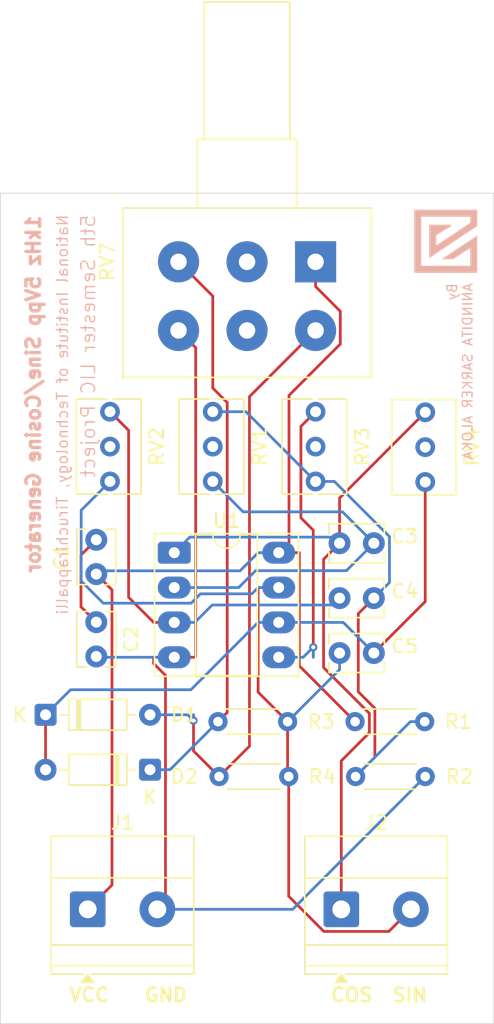
<source format=kicad_pcb>
(kicad_pcb (version 20241229) (generator "pcbnew") (generator_version "9.0")
  (layers (0 "F.Cu" signal) (2 "B.Cu" signal) (13 "F.Paste" user) (15 "B.Paste" user) (5 "F.SilkS" user "F.Silkscreen") (7 "B.SilkS" user "B.Silkscreen") (1 "F.Mask" user) (3 "B.Mask" user) (25 "Edge.Cuts" user))
  (net 0 "")
  (net 1 "Vin+")
  (net 2 "Net-(C1-Pad2)")
  (net 3 "Vin-")
  (net 4 "Cosine Output")
  (net 5 "Net-(U1A-+)")
  (net 6 "GNDREF")
  (net 7 "Net-(U1A--)")
  (net 8 "Sine Output")
  (net 12 "Net-(U1B-+)")
  (net 14 "Net-(D1-K)")
  (net 15 "Net-(D1-A)")
  (net 16 "Net-(D2-K)")
  (footprint "Diode_THT:D_DO-35_SOD27_P7.62mm_Horizontal" (layer "F.Cu") (at 138.3 106.5)
    (property "Reference" "D1" (at 10.12 0 0) (layer "F.SilkS"))
    (property "Value" "1N4148")
    (fp_line (start 1.04 0) (end 1.69 0) (stroke (width 0.12)) (layer "F.SilkS"))
    (fp_line (start 2.29 -1.12) (end 2.29 1.12) (stroke (width 0.12)) (layer "F.SilkS"))
    (fp_line (start 2.41 -1.12) (end 2.41 1.12) (stroke (width 0.12)) (layer "F.SilkS"))
    (fp_line (start 2.53 -1.12) (end 2.53 1.12) (stroke (width 0.12)) (layer "F.SilkS"))
    (fp_line (start 6.58 0) (end 5.93 0) (stroke (width 0.12)) (layer "F.SilkS"))
    (fp_rect (start 1.69 -1.12) (end 5.93 1.12) (stroke (width 0.12)) (fill no) (layer "F.SilkS"))
    (fp_text user "K" (at -1.88 0 0) (layer "F.SilkS"))
    (pad "1" thru_hole roundrect (at 0 0) (size 1.6 1.6) (drill 0.8) (layers "*.Cu" "*.Mask") (roundrect_rratio 0.15625) (net 14 "Net-(D1-K)"))
    (pad "2" thru_hole circle (at 7.62 0) (size 1.6 1.6) (drill 0.8) (layers "*.Cu" "*.Mask") (net 15 "Net-(D1-A)"))
  )
  (footprint "Capacitor_THT:C_Disc_D3.8mm_W2.6mm_P2.50mm" (layer "F.Cu") (at 159.75 94)
    (property "Reference" "C3" (at 4.75 -0.5 0) (layer "F.SilkS"))
    (property "Value" "100nF")
    (fp_line (start -0.77 -1.42) (end 3.27 -1.42) (stroke (width 0.12)) (layer "F.SilkS"))
    (fp_line (start -0.77 -0.699) (end -0.77 -1.42) (stroke (width 0.12)) (layer "F.SilkS"))
    (fp_line (start -0.77 1.42) (end -0.77 0.699) (stroke (width 0.12)) (layer "F.SilkS"))
    (fp_line (start 3.27 -1.42) (end 3.27 -0.699) (stroke (width 0.12)) (layer "F.SilkS"))
    (fp_line (start 3.27 0.699) (end 3.27 1.42) (stroke (width 0.12)) (layer "F.SilkS"))
    (fp_line (start 3.27 1.42) (end -0.77 1.42) (stroke (width 0.12)) (layer "F.SilkS"))
    (pad "1" thru_hole circle (at 0 0) (size 1.6 1.6) (drill 0.8) (layers "*.Cu" "*.Mask") (net 4 "Cosine Output"))
    (pad "2" thru_hole circle (at 2.5 0) (size 1.6 1.6) (drill 0.8) (layers "*.Cu" "*.Mask") (net 7 "Net-(U1A--)"))
  )
  (footprint "Capacitor_THT:C_Disc_D3.8mm_W2.6mm_P2.50mm" (layer "F.Cu") (at 159.75 98)
    (property "Reference" "C4" (at 4.75 -0.5 0) (layer "F.SilkS"))
    (property "Value" "100nF")
    (fp_line (start -0.77 -1.42) (end 3.27 -1.42) (stroke (width 0.12)) (layer "F.SilkS"))
    (fp_line (start -0.77 -0.699) (end -0.77 -1.42) (stroke (width 0.12)) (layer "F.SilkS"))
    (fp_line (start -0.77 1.42) (end -0.77 0.699) (stroke (width 0.12)) (layer "F.SilkS"))
    (fp_line (start 3.27 -1.42) (end 3.27 -0.699) (stroke (width 0.12)) (layer "F.SilkS"))
    (fp_line (start 3.27 0.699) (end 3.27 1.42) (stroke (width 0.12)) (layer "F.SilkS"))
    (fp_line (start 3.27 1.42) (end -0.77 1.42) (stroke (width 0.12)) (layer "F.SilkS"))
    (pad "1" thru_hole circle (at 0 0) (size 1.6 1.6) (drill 0.8) (layers "*.Cu" "*.Mask") (net 5 "Net-(U1A-+)"))
    (pad "2" thru_hole circle (at 2.5 0) (size 1.6 1.6) (drill 0.8) (layers "*.Cu" "*.Mask") (net 6 "GNDREF"))
  )
  (footprint "Capacitor_THT:C_Disc_D3.8mm_W2.6mm_P2.50mm" (layer "F.Cu") (at 142 99.75 -90)
    (property "Reference" "C2" (at 1.25 -2.55 90) (layer "F.SilkS"))
    (property "Value" "100nF")
    (fp_line (start -0.77 1.42) (end -0.77 0.699) (stroke (width 0.12)) (layer "F.SilkS"))
    (fp_line (start 3.27 1.42) (end -0.77 1.42) (stroke (width 0.12)) (layer "F.SilkS"))
    (fp_line (start 3.27 0.699) (end 3.27 1.42) (stroke (width 0.12)) (layer "F.SilkS"))
    (fp_line (start -0.77 -0.699) (end -0.77 -1.42) (stroke (width 0.12)) (layer "F.SilkS"))
    (fp_line (start -0.77 -1.42) (end 3.27 -1.42) (stroke (width 0.12)) (layer "F.SilkS"))
    (fp_line (start 3.27 -1.42) (end 3.27 -0.699) (stroke (width 0.12)) (layer "F.SilkS"))
    (pad "1" thru_hole circle (at 0 0 270) (size 1.6 1.6) (drill 0.8) (layers "*.Cu" "*.Mask") (net 2 "Net-(C1-Pad2)"))
    (pad "2" thru_hole circle (at 2.5 0 270) (size 1.6 1.6) (drill 0.8) (layers "*.Cu" "*.Mask") (net 3 "Vin-"))
  )
  (footprint "Resistor_THT:R_Axial_DIN0204_L3.6mm_D1.6mm_P5.08mm_Horizontal" (layer "F.Cu") (at 156.04 111 180)
    (property "Reference" "R4" (at -2.46 0 0) (layer "F.SilkS"))
    (property "Value" "10k")
    (fp_line (start 0.62 0.92) (end 4.46 0.92) (stroke (width 0.12)) (layer "F.SilkS"))
    (fp_line (start 0.62 -0.92) (end 4.46 -0.92) (stroke (width 0.12)) (layer "F.SilkS"))
    (pad "1" thru_hole circle (at 0 0 180) (size 1.4 1.4) (drill 0.7) (layers "*.Cu" "*.Mask") (net 8 "Sine Output"))
    (pad "2" thru_hole circle (at 5.08 0 180) (size 1.4 1.4) (drill 0.7) (layers "*.Cu" "*.Mask") (net 15 "Net-(D1-A)"))
  )
  (footprint "Resistor_THT:R_Axial_DIN0204_L3.6mm_D1.6mm_P5.08mm_Horizontal" (layer "F.Cu") (at 160.92 111)
    (property "Reference" "R2" (at 7.58 0 0) (layer "F.SilkS"))
    (property "Value" "10k")
    (fp_line (start 0.62 -0.92) (end 4.46 -0.92) (stroke (width 0.12)) (layer "F.SilkS"))
    (fp_line (start 0.62 0.92) (end 4.46 0.92) (stroke (width 0.12)) (layer "F.SilkS"))
    (pad "1" thru_hole circle (at 0 0) (size 1.4 1.4) (drill 0.7) (layers "*.Cu" "*.Mask") (net 6 "GNDREF"))
    (pad "2" thru_hole circle (at 5.08 0) (size 1.4 1.4) (drill 0.7) (layers "*.Cu" "*.Mask") (net 3 "Vin-"))
  )
  (footprint "Potentiometer_THT:Potentiometer_Bourns_3266Y_Vertical" (layer "F.Cu") (at 166 89.54 -90)
    (property "Reference" "RV4" (at -2.54 -3.41 90) (layer "F.SilkS"))
    (property "Value" "R_Potentiometer" (hide yes))
    (fp_line (start -6.005 2.45) (end -6.005 0.217) (stroke (width 0.12)) (layer "F.SilkS"))
    (fp_line (start 0.925 2.45) (end -6.005 2.45) (stroke (width 0.12)) (layer "F.SilkS"))
    (fp_line (start 0.925 0.217) (end 0.925 2.45) (stroke (width 0.12)) (layer "F.SilkS"))
    (fp_line (start -6.005 -0.217) (end -6.005 -2.27) (stroke (width 0.12)) (layer "F.SilkS"))
    (fp_line (start -6.005 -2.27) (end 0.925 -2.27) (stroke (width 0.12)) (layer "F.SilkS"))
    (fp_line (start 0.925 -2.27) (end 0.925 -0.217) (stroke (width 0.12)) (layer "F.SilkS"))
    (pad "1" thru_hole circle (at 0 0 270) (size 1.44 1.44) (drill 0.8) (layers "*.Cu" "*.Mask") (net 14 "Net-(D1-K)"))
    (pad "2" thru_hole circle (at -2.54 0 270) (size 1.44 1.44) (drill 0.8) (layers "*.Cu" "*.Mask"))
    (pad "3" thru_hole circle (at -5.08 0 270) (size 1.44 1.44) (drill 0.8) (layers "*.Cu" "*.Mask") (net 4 "Cosine Output"))
  )
  (footprint "Diode_THT:D_DO-35_SOD27_P7.62mm_Horizontal" (layer "F.Cu") (at 145.92 110.5 180)
    (property "Reference" "D2" (at -2.5 -0.5 0) (layer "F.SilkS"))
    (property "Value" "1N4148")
    (fp_line (start 6.58 0) (end 5.93 0) (stroke (width 0.12)) (layer "F.SilkS"))
    (fp_line (start 2.53 -1.12) (end 2.53 1.12) (stroke (width 0.12)) (layer "F.SilkS"))
    (fp_line (start 2.41 -1.12) (end 2.41 1.12) (stroke (width 0.12)) (layer "F.SilkS"))
    (fp_line (start 2.29 -1.12) (end 2.29 1.12) (stroke (width 0.12)) (layer "F.SilkS"))
    (fp_line (start 1.04 0) (end 1.69 0) (stroke (width 0.12)) (layer "F.SilkS"))
    (fp_rect (start 1.69 -1.12) (end 5.93 1.12) (stroke (width 0.12)) (fill no) (layer "F.SilkS"))
    (fp_text user "K" (at 0 -2 0) (layer "F.SilkS"))
    (pad "1" thru_hole roundrect (at 0 0 180) (size 1.6 1.6) (drill 0.8) (layers "*.Cu" "*.Mask") (roundrect_rratio 0.15625) (net 16 "Net-(D2-K)"))
    (pad "2" thru_hole circle (at 7.62 0 180) (size 1.6 1.6) (drill 0.8) (layers "*.Cu" "*.Mask") (net 14 "Net-(D1-K)"))
  )
  (footprint "Potentiometer_THT:Potentiometer_Bourns_3266Y_Vertical" (layer "F.Cu") (at 150.5 89.5 -90)
    (property "Reference" "RV1" (at -2.54 -3.41 90) (layer "F.SilkS"))
    (property "Value" "R_Potentiometer" (hide yes))
    (fp_line (start -6.005 2.45) (end -6.005 0.217) (stroke (width 0.12)) (layer "F.SilkS"))
    (fp_line (start 0.925 2.45) (end -6.005 2.45) (stroke (width 0.12)) (layer "F.SilkS"))
    (fp_line (start 0.925 0.217) (end 0.925 2.45) (stroke (width 0.12)) (layer "F.SilkS"))
    (fp_line (start -6.005 -0.217) (end -6.005 -2.27) (stroke (width 0.12)) (layer "F.SilkS"))
    (fp_line (start -6.005 -2.27) (end 0.925 -2.27) (stroke (width 0.12)) (layer "F.SilkS"))
    (fp_line (start 0.925 -2.27) (end 0.925 -0.217) (stroke (width 0.12)) (layer "F.SilkS"))
    (pad "1" thru_hole circle (at 0 0 270) (size 1.44 1.44) (drill 0.8) (layers "*.Cu" "*.Mask") (net 7 "Net-(U1A--)"))
    (pad "2" thru_hole circle (at -2.54 0 270) (size 1.44 1.44) (drill 0.8) (layers "*.Cu" "*.Mask"))
    (pad "3" thru_hole circle (at -5.08 0 270) (size 1.44 1.44) (drill 0.8) (layers "*.Cu" "*.Mask") (net 6 "GNDREF"))
  )
  (footprint "Resistor_THT:R_Axial_DIN0204_L3.6mm_D1.6mm_P5.08mm_Horizontal" (layer "F.Cu") (at 160.88 107)
    (property "Reference" "R1" (at 7.54 0 0) (layer "F.SilkS"))
    (property "Value" "10k")
    (fp_line (start 0.62 -0.92) (end 4.46 -0.92) (stroke (width 0.12)) (layer "F.SilkS"))
    (fp_line (start 0.62 0.92) (end 4.46 0.92) (stroke (width 0.12)) (layer "F.SilkS"))
    (pad "1" thru_hole circle (at 0 0) (size 1.4 1.4) (drill 0.7) (layers "*.Cu" "*.Mask") (net 1 "Vin+"))
    (pad "2" thru_hole circle (at 5.08 0) (size 1.4 1.4) (drill 0.7) (layers "*.Cu" "*.Mask") (net 6 "GNDREF"))
  )
  (footprint "Potentiometer_THT:Potentiometer_Bourns_3266Y_Vertical" (layer "F.Cu") (at 143 89.5 -90)
    (property "Reference" "RV2" (at -2.54 -3.41 90) (layer "F.SilkS"))
    (property "Value" "R_Potentiometer" (hide yes))
    (fp_line (start -6.005 2.45) (end -6.005 0.217) (stroke (width 0.12)) (layer "F.SilkS"))
    (fp_line (start 0.925 2.45) (end -6.005 2.45) (stroke (width 0.12)) (layer "F.SilkS"))
    (fp_line (start 0.925 0.217) (end 0.925 2.45) (stroke (width 0.12)) (layer "F.SilkS"))
    (fp_line (start -6.005 -0.217) (end -6.005 -2.27) (stroke (width 0.12)) (layer "F.SilkS"))
    (fp_line (start -6.005 -2.27) (end 0.925 -2.27) (stroke (width 0.12)) (layer "F.SilkS"))
    (fp_line (start 0.925 -2.27) (end 0.925 -0.217) (stroke (width 0.12)) (layer "F.SilkS"))
    (pad "1" thru_hole circle (at 0 0 270) (size 1.44 1.44) (drill 0.8) (layers "*.Cu" "*.Mask") (net 8 "Sine Output"))
    (pad "2" thru_hole circle (at -2.54 0 270) (size 1.44 1.44) (drill 0.8) (layers "*.Cu" "*.Mask"))
    (pad "3" thru_hole circle (at -5.08 0 270) (size 1.44 1.44) (drill 0.8) (layers "*.Cu" "*.Mask") (net 5 "Net-(U1A-+)"))
  )
  (footprint "TerminalBlock_Phoenix:TerminalBlock_Phoenix_MKDS-1,5-2-5.08_1x02_P5.08mm_Horizontal" (layer "F.Cu") (at 159.875 120.6725)
    (property "Reference" "J2" (at 2.54 -6.32 0) (layer "F.SilkS"))
    (property "Value" "Screw_Terminal_01x02" (hide yes))
    (fp_line (start -2.66 -5.32) (end 7.74 -5.32) (stroke (width 0.12)) (layer "F.SilkS"))
    (fp_line (start -2.66 -2.3) (end 7.74 -2.3) (stroke (width 0.12)) (layer "F.SilkS"))
    (fp_line (start -2.66 2.6) (end 7.74 2.6) (stroke (width 0.12)) (layer "F.SilkS"))
    (fp_line (start -2.66 4.1) (end 7.74 4.1) (stroke (width 0.12)) (layer "F.SilkS"))
    (fp_line (start -2.66 4.72) (end -2.66 -5.32) (stroke (width 0.12)) (layer "F.SilkS"))
    (fp_line (start -0.3 4.72) (end -2.66 4.72) (stroke (width 0.12)) (layer "F.SilkS"))
    (fp_line (start 7.74 -5.32) (end 7.74 4.72) (stroke (width 0.12)) (layer "F.SilkS"))
    (fp_line (start 7.74 4.72) (end 0.3 4.72) (stroke (width 0.12)) (layer "F.SilkS"))
    (fp_poly (pts (xy 0 4.72) (xy 0.44 5.33) (xy -0.44 5.33)) (stroke (width 0.12)) (fill yes) (layer "F.SilkS"))
    (pad "1" thru_hole roundrect (at 0 0) (size 2.6 2.6) (drill 1.3) (layers "*.Cu" "*.Mask") (roundrect_rratio 0.096154) (net 4 "Cosine Output"))
    (pad "2" thru_hole circle (at 5.08 0) (size 2.6 2.6) (drill 1.3) (layers "*.Cu" "*.Mask") (net 8 "Sine Output"))
  )
  (footprint "TerminalBlock_Phoenix:TerminalBlock_Phoenix_MKDS-1,5-2-5.08_1x02_P5.08mm_Horizontal" (layer "F.Cu") (at 141.375 120.6725)
    (property "Reference" "J1" (at 2.54 -6.32 0) (layer "F.SilkS"))
    (property "Value" "Screw_Terminal_01x02" (hide yes))
    (fp_line (start -2.66 -5.32) (end 7.74 -5.32) (stroke (width 0.12)) (layer "F.SilkS"))
    (fp_line (start -2.66 -2.3) (end 7.74 -2.3) (stroke (width 0.12)) (layer "F.SilkS"))
    (fp_line (start -2.66 2.6) (end 7.74 2.6) (stroke (width 0.12)) (layer "F.SilkS"))
    (fp_line (start -2.66 4.1) (end 7.74 4.1) (stroke (width 0.12)) (layer "F.SilkS"))
    (fp_line (start -2.66 4.72) (end -2.66 -5.32) (stroke (width 0.12)) (layer "F.SilkS"))
    (fp_line (start -0.3 4.72) (end -2.66 4.72) (stroke (width 0.12)) (layer "F.SilkS"))
    (fp_line (start 7.74 -5.32) (end 7.74 4.72) (stroke (width 0.12)) (layer "F.SilkS"))
    (fp_line (start 7.74 4.72) (end 0.3 4.72) (stroke (width 0.12)) (layer "F.SilkS"))
    (fp_poly (pts (xy 0 4.72) (xy 0.44 5.33) (xy -0.44 5.33)) (stroke (width 0.12)) (fill yes) (layer "F.SilkS"))
    (pad "1" thru_hole roundrect (at 0 0) (size 2.6 2.6) (drill 1.3) (layers "*.Cu" "*.Mask") (roundrect_rratio 0.096154) (net 1 "Vin+"))
    (pad "2" thru_hole circle (at 5.08 0) (size 2.6 2.6) (drill 1.3) (layers "*.Cu" "*.Mask") (net 3 "Vin-"))
  )
  (footprint "Capacitor_THT:C_Disc_D3.8mm_W2.6mm_P2.50mm" (layer "F.Cu") (at 142 96.25 90)
    (property "Reference" "C1" (at 1.25 -2.55 90) (layer "F.SilkS"))
    (property "Value" "100nF")
    (fp_line (start 3.27 -1.42) (end 3.27 -0.699) (stroke (width 0.12)) (layer "F.SilkS"))
    (fp_line (start -0.77 -1.42) (end 3.27 -1.42) (stroke (width 0.12)) (layer "F.SilkS"))
    (fp_line (start -0.77 -0.699) (end -0.77 -1.42) (stroke (width 0.12)) (layer "F.SilkS"))
    (fp_line (start 3.27 0.699) (end 3.27 1.42) (stroke (width 0.12)) (layer "F.SilkS"))
    (fp_line (start 3.27 1.42) (end -0.77 1.42) (stroke (width 0.12)) (layer "F.SilkS"))
    (fp_line (start -0.77 1.42) (end -0.77 0.699) (stroke (width 0.12)) (layer "F.SilkS"))
    (pad "1" thru_hole circle (at 0 0 90) (size 1.6 1.6) (drill 0.8) (layers "*.Cu" "*.Mask") (net 1 "Vin+"))
    (pad "2" thru_hole circle (at 2.5 0 90) (size 1.6 1.6) (drill 0.8) (layers "*.Cu" "*.Mask") (net 2 "Net-(C1-Pad2)"))
  )
  (footprint "Capacitor_THT:C_Disc_D3.8mm_W2.6mm_P2.50mm" (layer "F.Cu") (at 159.75 102)
    (property "Reference" "C5" (at 4.75 -0.5 0) (layer "F.SilkS"))
    (property "Value" "100nF")
    (fp_line (start -0.77 -1.42) (end 3.27 -1.42) (stroke (width 0.12)) (layer "F.SilkS"))
    (fp_line (start -0.77 -0.699) (end -0.77 -1.42) (stroke (width 0.12)) (layer "F.SilkS"))
    (fp_line (start -0.77 1.42) (end -0.77 0.699) (stroke (width 0.12)) (layer "F.SilkS"))
    (fp_line (start 3.27 -1.42) (end 3.27 -0.699) (stroke (width 0.12)) (layer "F.SilkS"))
    (fp_line (start 3.27 0.699) (end 3.27 1.42) (stroke (width 0.12)) (layer "F.SilkS"))
    (fp_line (start 3.27 1.42) (end -0.77 1.42) (stroke (width 0.12)) (layer "F.SilkS"))
    (pad "1" thru_hole circle (at 0 0) (size 1.6 1.6) (drill 0.8) (layers "*.Cu" "*.Mask") (net 8 "Sine Output"))
    (pad "2" thru_hole circle (at 2.5 0) (size 1.6 1.6) (drill 0.8) (layers "*.Cu" "*.Mask") (net 14 "Net-(D1-K)"))
  )
  (footprint "Potentiometer_THT:Potentiometer_Alps_RK163_Dual_Horizontal" (layer "F.Cu") (at 158 73.5 -90)
    (property "Reference" "RV7" (at -0.000001 15.199999 90) (layer "F.SilkS"))
    (property "Value" "R_Potentiometer_Dual")
    (fp_line (start -3.92 14.07) (end -3.92 -4.07) (stroke (width 0.12)) (layer "F.SilkS"))
    (fp_line (start 8.42 14.07) (end -3.92 14.07) (stroke (width 0.12)) (layer "F.SilkS"))
    (fp_line (start 8.42 14.07) (end 8.42 -4.07) (stroke (width 0.12)) (layer "F.SilkS"))
    (fp_line (start -8.92 8.62) (end -8.92 1.38) (stroke (width 0.12)) (layer "F.SilkS"))
    (fp_line (start -3.92 8.62) (end -8.92 8.62) (stroke (width 0.12)) (layer "F.SilkS"))
    (fp_line (start -18.92 8.12) (end -18.92 1.88) (stroke (width 0.12)) (layer "F.SilkS"))
    (fp_line (start -8.92 8.12) (end -18.92 8.12) (stroke (width 0.12)) (layer "F.SilkS"))
    (fp_line (start -8.92 1.88) (end -18.92 1.88) (stroke (width 0.12)) (layer "F.SilkS"))
    (fp_line (start -3.92 1.38) (end -8.92 1.38) (stroke (width 0.12)) (layer "F.SilkS"))
    (fp_line (start 8.42 -4.07) (end -3.92 -4.07) (stroke (width 0.12)) (layer "F.SilkS"))
    (pad "1" thru_hole rect (at 0 0 90) (size 3 3) (drill 1.2) (layers "*.Cu" "*.Mask") (net 1 "Vin+"))
    (pad "2" thru_hole circle (at 0 5 90) (size 3 3) (drill 1.2) (layers "*.Cu" "*.Mask"))
    (pad "3" thru_hole circle (at 0 10 90) (size 3 3) (drill 1.2) (layers "*.Cu" "*.Mask") (net 16 "Net-(D2-K)"))
    (pad "4" thru_hole circle (at 5 0 90) (size 3 3) (drill 1.2) (layers "*.Cu" "*.Mask") (net 15 "Net-(D1-A)"))
    (pad "5" thru_hole circle (at 5 5 90) (size 3 3) (drill 1.2) (layers "*.Cu" "*.Mask"))
    (pad "6" thru_hole circle (at 5 10 90) (size 3 3) (drill 1.2) (layers "*.Cu" "*.Mask") (net 3 "Vin-"))
  )
  (footprint "Potentiometer_THT:Potentiometer_Bourns_3266Y_Vertical" (layer "F.Cu") (at 158 89.5 -90)
    (property "Reference" "RV3" (at -2.54 -3.41 90) (layer "F.SilkS"))
    (property "Value" "R_Potentiometer" (hide yes))
    (fp_line (start -6.005 2.45) (end -6.005 0.217) (stroke (width 0.12)) (layer "F.SilkS"))
    (fp_line (start 0.925 2.45) (end -6.005 2.45) (stroke (width 0.12)) (layer "F.SilkS"))
    (fp_line (start 0.925 0.217) (end 0.925 2.45) (stroke (width 0.12)) (layer "F.SilkS"))
    (fp_line (start -6.005 -0.217) (end -6.005 -2.27) (stroke (width 0.12)) (layer "F.SilkS"))
    (fp_line (start -6.005 -2.27) (end 0.925 -2.27) (stroke (width 0.12)) (layer "F.SilkS"))
    (fp_line (start 0.925 -2.27) (end 0.925 -0.217) (stroke (width 0.12)) (layer "F.SilkS"))
    (pad "1" thru_hole circle (at 0 0 270) (size 1.44 1.44) (drill 0.8) (layers "*.Cu" "*.Mask") (net 6 "GNDREF"))
    (pad "2" thru_hole circle (at -2.54 0 270) (size 1.44 1.44) (drill 0.8) (layers "*.Cu" "*.Mask"))
    (pad "3" thru_hole circle (at -5.08 0 270) (size 1.44 1.44) (drill 0.8) (layers "*.Cu" "*.Mask") (net 12 "Net-(U1B-+)"))
  )
  (footprint "Resistor_THT:R_Axial_DIN0204_L3.6mm_D1.6mm_P5.08mm_Horizontal" (layer "F.Cu") (at 150.88 107)
    (property "Reference" "R3" (at 7.54 0 0) (layer "F.SilkS"))
    (property "Value" "10k")
    (fp_line (start 0.62 -0.92) (end 4.46 -0.92) (stroke (width 0.12)) (layer "F.SilkS"))
    (fp_line (start 0.62 0.92) (end 4.46 0.92) (stroke (width 0.12)) (layer "F.SilkS"))
    (pad "1" thru_hole circle (at 0 0) (size 1.4 1.4) (drill 0.7) (layers "*.Cu" "*.Mask") (net 16 "Net-(D2-K)"))
    (pad "2" thru_hole circle (at 5.08 0) (size 1.4 1.4) (drill 0.7) (layers "*.Cu" "*.Mask") (net 8 "Sine Output"))
  )
  (footprint "Package_DIP:DIP-8_W7.62mm_Socket_LongPads" (layer "F.Cu") (at 147.69 94.69)
    (property "Reference" "U1" (at 3.81 -2.33 0) (layer "F.SilkS"))
    (property "Value" "LM358")
    (fp_line (start 1.56 -1.33) (end 1.56 8.95) (stroke (width 0.12)) (layer "F.SilkS"))
    (fp_line (start 1.56 8.95) (end 6.06 8.95) (stroke (width 0.12)) (layer "F.SilkS"))
    (fp_line (start 2.81 -1.33) (end 1.56 -1.33) (stroke (width 0.12)) (layer "F.SilkS"))
    (fp_line (start 6.06 -1.33) (end 4.81 -1.33) (stroke (width 0.12)) (layer "F.SilkS"))
    (fp_line (start 6.06 8.95) (end 6.06 -1.33) (stroke (width 0.12)) (layer "F.SilkS"))
    (fp_rect (start -1.44 -1.39) (end 9.06 9.01) (stroke (width 0.12)) (fill no) (layer "F.SilkS"))
    (fp_arc (start 4.81 -1.33) (mid 3.81 -0.33) (end 2.81 -1.33) (stroke (width 0.12)) (layer "F.SilkS"))
    (pad "1" thru_hole roundrect (at 0 0) (size 2.4 1.6) (drill 0.8) (layers "*.Cu" "*.Mask") (roundrect_rratio 0.15625) (net 4 "Cosine Output"))
    (pad "2" thru_hole oval (at 0 2.54) (size 2.4 1.6) (drill 0.8) (layers "*.Cu" "*.Mask") (net 7 "Net-(U1A--)"))
    (pad "3" thru_hole oval (at 0 5.08) (size 2.4 1.6) (drill 0.8) (layers "*.Cu" "*.Mask") (net 5 "Net-(U1A-+)"))
    (pad "4" thru_hole oval (at 0 7.62) (size 2.4 1.6) (drill 0.8) (layers "*.Cu" "*.Mask") (net 3 "Vin-"))
    (pad "5" thru_hole oval (at 7.62 7.62) (size 2.4 1.6) (drill 0.8) (layers "*.Cu" "*.Mask") (net 12 "Net-(U1B-+)"))
    (pad "6" thru_hole oval (at 7.62 5.08) (size 2.4 1.6) (drill 0.8) (layers "*.Cu" "*.Mask") (net 14 "Net-(D1-K)"))
    (pad "7" thru_hole oval (at 7.62 2.54) (size 2.4 1.6) (drill 0.8) (layers "*.Cu" "*.Mask") (net 8 "Sine Output"))
    (pad "8" thru_hole oval (at 7.62 0) (size 2.4 1.6) (drill 0.8) (layers "*.Cu" "*.Mask") (net 1 "Vin+"))
  )
  (footprint "Competiton and Project files:aniinstudio logo" (layer "B.Cu") (at 167.5 72 -90)
    (property "Reference" "G***" (hide yes))
    (property "Value" "LOGO" (hide yes))
    (fp_poly (pts (xy -0.976667 -1.086666) (xy -0.976069 -1.0926) (xy -0.976667 -1.093333) (xy -0.97964 -1.092646) (xy -0.98 -1.09) (xy -0.978171 -1.085884)) (fill yes) (layer "B.SilkS"))
    (fp_poly (pts (xy 2.3 0) (xy 2.3 -2.3) (xy 0.94 -2.3) (xy 0.824074 -2.299991) (xy 0.710777 -2.299964) (xy 0.600514 -2.299921) (xy 0.493691 -2.299862) (xy 0.390714 -2.299788) (xy 0.291988 -2.2997) (xy 0.19792 -2.299597) (xy 0.108915 -2.299482) (xy 0.025379 -2.299354) (xy -0.052281 -2.299215) (xy -0.12366 -2.299065) (xy -0.188353 -2.298906) (xy -0.245952 -2.298736) (xy -0.296053 -2.298559) (xy -0.338249 -2.298373) (xy -0.372134 -2.29818) (xy -0.397303 -2.297981) (xy -0.41335 -2.297777) (xy -0.419869 -2.297567) (xy -0.42 -2.297533) (xy -0.419604 -2.296515) (xy -0.418293 -2.294148) (xy -0.415884 -2.290155) (xy -0.412195 -2.28426) (xy -0.407041 -2.276185) (xy -0.400241 -2.265655) (xy -0.391611 -2.252393) (xy -0.380967 -2.236121) (xy -0.368127 -2.216564) (xy -0.352908 -2.193444) (xy -0.335127 -2.166485) (xy -0.3146 -2.135411) (xy -0.291145 -2.099944) (xy -0.264579 -2.059808) (xy -0.234717 -2.014727) (xy -0.201378 -1.964422) (xy -0.164379 -1.908619) (xy -0.123535 -1.847041) (xy -0.078665 -1.779409) (xy -0.029585 -1.705449) (xy 0.023889 -1.624883) (xy 0.081938 -1.537435) (xy 0.144746 -1.442828) (xy 0.212497 -1.340785) (xy 0.285373 -1.231029) (xy 0.363557 -1.113285) (xy 0.38234 -1.085) (xy 0.444362 -0.991594) (xy 0.505759 -0.899125) (xy 0.566235 -0.808034) (xy 0.6255 -0.718763) (xy 0.683258 -0.631754) (xy 0.739218 -0.547448) (xy 0.793086 -0.466288) (xy 0.844568 -0.388715) (xy 0.893373 -0.315171) (xy 0.939206 -0.246097) (xy 0.981774 -0.181936) (xy 1.020785 -0.123129) (xy 1.055945 -0.070118) (xy 1.08696 -0.023344) (xy 1.113539 0.016749) (xy 1.135387 0.049722) (xy 1.152212 0.075132) (xy 1.161219 0.08875) (xy 1.271082 0.255001) (xy 1.293041 0.255) (xy 1.315 0.255) (xy 1.314909 -0.13875) (xy 1.314819 -0.5325) (xy 0.907409 -1.159325) (xy 0.860738 -1.231144) (xy 0.815577 -1.300664) (xy 0.772225 -1.367425) (xy 0.73098 -1.430965) (xy 0.692141 -1.490824) (xy 0.656006 -1.546541) (xy 0.622874 -1.597656) (xy 0.593044 -1.643706) (xy 0.566813 -1.684233) (xy 0.544482 -1.718774) (xy 0.526347 -1.74687) (xy 0.512709 -1.768059) (xy 0.503864 -1.78188) (xy 0.500112 -1.787874) (xy 0.5 -1.788094) (xy 0.504901 -1.788324) (xy 0.519213 -1.788526) (xy 0.542345 -1.788702) (xy 0.573706 -1.788849) (xy 0.612709 -1.788967) (xy 0.658761 -1.789055) (xy 0.711273 -1.789114) (xy 0.769656 -1.789141) (xy 0.83332 -1.789138) (xy 0.901673 -1.789102) (xy 0.974128 -1.789034) (xy 1.050092 -1.788932) (xy 1.128978 -1.788797) (xy 1.14375 -1.788768) (xy 1.7875 -1.7875) (xy 1.788756 -0.00125) (xy 1.790013 1.785) (xy 0 1.785) (xy -1.790014 1.785) (xy -1.788757 -0.00125) (xy -1.7875 -1.7875) (xy -1.569449 -1.788802) (xy -1.351397 -1.790104) (xy -0.528199 -0.552556) (xy -0.461037 -0.45158) (xy -0.395321 -0.352762) (xy -0.331267 -0.256426) (xy -0.269089 -0.162897) (xy -0.209003 -0.072498) (xy -0.151223 0.014447) (xy -0.095966 0.097613) (xy -0.043445 0.176677) (xy 0.006123 0.251315) (xy 0.052523 0.321201) (xy 0.095542 0.386013) (xy 0.134962 0.445427) (xy 0.17057 0.499117) (xy 0.20215 0.54676) (xy 0.229487 0.588033) (xy 0.252366 0.62261) (xy 0.270572 0.650168) (xy 0.283889 0.670383) (xy 0.292102 0.68293) (xy 0.294997 0.687486) (xy 0.295 0.687496) (xy 0.29013 0.687903) (xy 0.276041 0.688289) (xy 0.253516 0.688649) (xy 0.223334 0.688978) (xy 0.186277 0.689271) (xy 0.143128 0.689522) (xy 0.094666 0.689726) (xy 0.041673 0.689877) (xy -0.015069 0.68997) (xy -0.072011 0.69) (xy -0.439022 0.69) (xy -0.76594 0.14875) (xy -1.092857 -0.3925) (xy -1.148929 -0.393913) (xy -1.205 -0.395327) (xy -1.205 0.404837) (xy -1.205 1.205) (xy 0.010534 1.205) (xy 0.143057 1.204994) (xy 0.265923 1.204972) (xy 0.379474 1.204933) (xy 0.484055 1.204876) (xy 0.580007 1.204798) (xy 0.667674 1.204697) (xy 0.747399 1.204572) (xy 0.819525 1.20442) (xy 0.884395 1.20424) (xy 0.942351 1.20403) (xy 0.993737 1.203788) (xy 1.038896 1.203511) (xy 1.07817 1.203198) (xy 1.111903 1.202848) (xy 1.140438 1.202457) (xy 1.164117 1.202024) (xy 1.183284 1.201548) (xy 1.198281 1.201026) (xy 1.209452 1.200457) (xy 1.217139 1.199838) (xy 1.221686 1.199167) (xy 1.223435 1.198444) (xy 1.223461 1.198203) (xy 1.220486 1.193479) (xy 1.212204 1.1808) (xy 1.198857 1.160529) (xy 1.180685 1.133032) (xy 1.157931 1.098671) (xy 1.130838 1.057811) (xy 1.099646 1.010816) (xy 1.064598 0.958049) (xy 1.025936 0.899875) (xy 0.983901 0.836656) (xy 0.938736 0.768758) (xy 0.890682 0.696544) (xy 0.839981 0.620378) (xy 0.786876 0.540624) (xy 0.731607 0.457645) (xy 0.674418 0.371806) (xy 0.615549 0.283471) (xy 0.559544 0.199453) (xy 0.491142 0.096844) (xy 0.419722 -0.01031) (xy 0.345842 -0.12117) (xy 0.270059 -0.234898) (xy 0.192931 -0.350658) (xy 0.115016 -0.467612) (xy 0.036871 -0.584921) (xy -0.040944 -0.70175) (xy -0.117873 -0.817258) (xy -0.193358 -0.930611) (xy -0.26684 -1.040969) (xy -0.337763 -1.147495) (xy -0.405567 -1.249352) (xy -0.469696 -1.345702) (xy -0.529591 -1.435707) (xy -0.584695 -1.51853) (xy -0.603134 -1.54625) (xy -1.104503 -2.3) (xy -1.702252 -2.3) (xy -2.3 -2.3) (xy -2.3 0) (xy -2.3 2.3) (xy 0 2.3) (xy 2.3 2.3)) (fill yes) (layer "B.SilkS"))
  )
  (gr_rect (start 135 68.5) (end 171 129) (stroke (width 0.05)) (fill no) (layer "Edge.Cuts"))
  (gr_text "SIN" (at 163.5 127.5 0) (layer "F.SilkS") (effects (font (size 1 1) (thickness 0.2) (bold yes)) (justify left bottom)))
  (gr_text "VCC" (at 139.92 127.5 0) (layer "F.SilkS") (effects (font (size 1 1) (thickness 0.2) (bold yes)) (justify left bottom)))
  (gr_text "GND" (at 145.42 127.5 0) (layer "F.SilkS") (effects (font (size 1 1) (thickness 0.2) (bold yes)) (justify left bottom)))
  (gr_text "COS" (at 159 127.5 0) (layer "F.SilkS") (effects (font (size 1 1) (thickness 0.2) (bold yes)) (justify left bottom)))
  (gr_text "1kHz 5Vpp Sine/Cosine Generator" (at 138 70 90) (layer "B.SilkS") (effects (font (size 1 1) (thickness 0.25) (bold yes)) (justify left bottom mirror)))
  (gr_text "By  \nANINDITA SARKER ALOKA\n" (at 169.5 75 90) (layer "B.SilkS") (effects (font (size 0.7 0.7) (thickness 0.1)) (justify left bottom mirror)))
  (gr_text "5th Semester LIC Project" (at 142 70 90) (layer "B.SilkS") (effects (font (size 1 1) (thickness 0.1)) (justify left bottom mirror)))
  (gr_text "National Institute of Technology, Tiruchirappalli" (at 140 70 90) (layer "B.SilkS") (effects (font (size 0.8 0.8) (thickness 0.1)) (justify left bottom mirror)))
  (segment (start 156.0609 94.69) (end 156.8117 94.69) (width 0.2) (layer "F.Cu") (net 1))
  (segment (start 155.31 94.69) (end 156.0609 94.69) (width 0.2) (layer "F.Cu") (net 1))
  (segment (start 142 96.25) (end 143.1455 97.3955) (width 0.2) (layer "F.Cu") (net 1))
  (segment (start 143.1455 97.3955) (end 143.1455 118.902) (width 0.2) (layer "F.Cu") (net 1))
  (segment (start 159.8017 79.4925) (end 159.8017 77.1034) (width 0.2) (layer "F.Cu") (net 1))
  (segment (start 156.8117 102.9317) (end 156.8117 94.69) (width 0.2) (layer "F.Cu") (net 1))
  (segment (start 159.8017 77.1034) (end 158 75.3017) (width 0.2) (layer "F.Cu") (net 1))
  (segment (start 143.1455 118.902) (end 141.375 120.6725) (width 0.2) (layer "F.Cu") (net 1))
  (segment (start 156.0609 83.2333) (end 159.8017 79.4925) (width 0.2) (layer "F.Cu") (net 1))
  (segment (start 158 73.5) (end 158 75.3017) (width 0.2) (layer "F.Cu") (net 1))
  (segment (start 160.88 107) (end 156.8117 102.9317) (width 0.2) (layer "F.Cu") (net 1))
  (segment (start 156.0609 94.69) (end 156.0609 83.2333) (width 0.2) (layer "F.Cu") (net 1))
  (segment (start 142.2402 96.0098) (end 142 96.25) (width 0.2) (layer "B.Cu") (net 1))
  (segment (start 153.8083 94.69) (end 152.4885 96.0098) (width 0.2) (layer "B.Cu") (net 1))
  (segment (start 155.31 94.69) (end 153.8083 94.69) (width 0.2) (layer "B.Cu") (net 1))
  (segment (start 152.4885 96.0098) (end 142.2402 96.0098) (width 0.2) (layer "B.Cu") (net 1))
  (segment (start 142 93.75) (end 140.8833 94.8667) (width 0.2) (layer "F.Cu") (net 2))
  (segment (start 140.8833 98.6333) (end 142 99.75) (width 0.2) (layer "F.Cu") (net 2))
  (segment (start 140.8833 94.8667) (end 140.8833 98.6333) (width 0.2) (layer "F.Cu") (net 2))
  (segment (start 148 78.5) (end 149.2532 79.7532) (width 0.2) (layer "F.Cu") (net 3))
  (segment (start 147.69 102.31) (end 146.1883 102.31) (width 0.2) (layer "F.Cu") (net 3))
  (segment (start 146.455 120.6725) (end 147.0477 120.0798) (width 0.2) (layer "F.Cu") (net 3))
  (segment (start 147.69 102.31) (end 149.1917 102.31) (width 0.2) (layer "F.Cu") (net 3))
  (segment (start 146.1883 102.7664) (end 146.1883 102.31) (width 0.2) (layer "F.Cu") (net 3))
  (segment (start 147.0477 120.0798) (end 147.0477 103.6258) (width 0.2) (layer "F.Cu") (net 3))
  (segment (start 149.2532 102.2485) (end 149.1917 102.31) (width 0.2) (layer "F.Cu") (net 3))
  (segment (start 147.0477 103.6258) (end 146.1883 102.7664) (width 0.2) (layer "F.Cu") (net 3))
  (segment (start 149.2532 79.7532) (end 149.2532 102.2485) (width 0.2) (layer "F.Cu") (net 3))
  (segment (start 156.3275 120.6725) (end 146.455 120.6725) (width 0.2) (layer "B.Cu") (net 3))
  (segment (start 166 111) (end 156.3275 120.6725) (width 0.2) (layer "B.Cu") (net 3))
  (segment (start 142.06 102.31) (end 142 102.25) (width 0.2) (layer "B.Cu") (net 3))
  (segment (start 147.69 102.31) (end 142.06 102.31) (width 0.2) (layer "B.Cu") (net 3))
  (segment (start 161.9251 107.8063) (end 161.9251 106.4) (width 0.2) (layer "F.Cu") (net 4))
  (segment (start 166 84.46) (end 159.75 90.71) (width 0.2) (layer "F.Cu") (net 4))
  (segment (start 161.9251 106.4) (end 158.5834 103.0583) (width 0.2) (layer "F.Cu") (net 4))
  (segment (start 158.5834 95.1666) (end 159.75 94) (width 0.2) (layer "F.Cu") (net 4))
  (segment (start 159.75 90.71) (end 159.75 94) (width 0.2) (layer "F.Cu") (net 4))
  (segment (start 159.875 109.8564) (end 161.9251 107.8063) (width 0.2) (layer "F.Cu") (net 4))
  (segment (start 158.5834 103.0583) (end 158.5834 95.1666) (width 0.2) (layer "F.Cu") (net 4))
  (segment (start 159.875 120.6725) (end 159.875 109.8564) (width 0.2) (layer "F.Cu") (net 4))
  (segment (start 148.8238 93.5562) (end 147.69 94.69) (width 0.2) (layer "B.Cu") (net 4))
  (segment (start 159.75 94) (end 159.3062 93.5562) (width 0.2) (layer "B.Cu") (net 4))
  (segment (start 159.3062 93.5562) (end 148.8238 93.5562) (width 0.2) (layer "B.Cu") (net 4))
  (segment (start 147.69 99.77) (end 146.1883 99.77) (width 0.2) (layer "F.Cu") (net 5))
  (segment (start 144.359 97.9407) (end 144.359 85.779) (width 0.2) (layer "F.Cu") (net 5))
  (segment (start 144.359 85.779) (end 143 84.42) (width 0.2) (layer "F.Cu") (net 5))
  (segment (start 146.1883 99.77) (end 144.359 97.9407) (width 0.2) (layer "F.Cu") (net 5))
  (segment (start 159.25 98.5) (end 150.4617 98.5) (width 0.2) (layer "B.Cu") (net 5))
  (segment (start 150.4617 98.5) (end 149.1917 99.77) (width 0.2) (layer "B.Cu") (net 5))
  (segment (start 147.69 99.77) (end 149.1917 99.77) (width 0.2) (layer "B.Cu") (net 5))
  (segment (start 159.75 98) (end 159.25 98.5) (width 0.2) (layer "B.Cu") (net 5))
  (segment (start 162.3268 106.0335) (end 161.1156 104.8223) (width 0.2) (layer "F.Cu") (net 6))
  (segment (start 160.92 111) (end 162.3268 109.5932) (width 0.2) (layer "F.Cu") (net 6))
  (segment (start 161.1156 104.8223) (end 161.1156 99.1344) (width 0.2) (layer "F.Cu") (net 6))
  (segment (start 162.3268 109.5932) (end 162.3268 106.0335) (width 0.2) (layer "F.Cu") (net 6))
  (segment (start 161.1156 99.1344) (end 162.25 98) (width 0.2) (layer "F.Cu") (net 6))
  (segment (start 163.3903 96.8597) (end 162.25 98) (width 0.2) (layer "B.Cu") (net 6))
  (segment (start 159.369 89.5) (end 163.3903 93.5213) (width 0.2) (layer "B.Cu") (net 6))
  (segment (start 158 89.5) (end 152.92 84.42) (width 0.2) (layer "B.Cu") (net 6))
  (segment (start 163.3903 93.5213) (end 163.3903 96.8597) (width 0.2) (layer "B.Cu") (net 6))
  (segment (start 152.92 84.42) (end 150.5 84.42) (width 0.2) (layer "B.Cu") (net 6))
  (segment (start 164.92 107) (end 165.96 107) (width 0.2) (layer "B.Cu") (net 6))
  (segment (start 160.92 111) (end 164.92 107) (width 0.2) (layer "B.Cu") (net 6))
  (segment (start 158 89.5) (end 159.369 89.5) (width 0.2) (layer "B.Cu") (net 6))
  (segment (start 150.5 89.5) (end 152.7143 91.7143) (width 0.2) (layer "B.Cu") (net 7))
  (segment (start 153.6239 96) (end 160.25 96) (width 0.2) (layer "B.Cu") (net 7))
  (segment (start 159.9643 91.7143) (end 162.25 94) (width 0.2) (layer "B.Cu") (net 7))
  (segment (start 147.69 97.23) (end 152.3939 97.23) (width 0.2) (layer "B.Cu") (net 7))
  (segment (start 160.25 96) (end 162.25 94) (width 0.2) (layer "B.Cu") (net 7))
  (segment (start 152.7143 91.7143) (end 159.9643 91.7143) (width 0.2) (layer "B.Cu") (net 7))
  (segment (start 152.3939 97.23) (end 153.6239 96) (width 0.2) (layer "B.Cu") (net 7))
  (segment (start 153.8083 104.8483) (end 153.8083 97.23) (width 0.2) (layer "F.Cu") (net 8))
  (segment (start 155.96 107) (end 153.8083 104.8483) (width 0.2) (layer "F.Cu") (net 8))
  (segment (start 156.04 111) (end 155.96 110.92) (width 0.2) (layer "F.Cu") (net 8))
  (segment (start 155.96 110.92) (end 155.96 107) (width 0.2) (layer "F.Cu") (net 8))
  (segment (start 155.31 97.23) (end 153.8083 97.23) (width 0.2) (layer "F.Cu") (net 8))
  (segment (start 156.04 119.7207) (end 156.04 111) (width 0.2) (layer "F.Cu") (net 8))
  (segment (start 164.955 120.6725) (end 163.3433 122.2842) (width 0.2) (layer "F.Cu") (net 8))
  (segment (start 158.6035 122.2842) (end 156.04 119.7207) (width 0.2) (layer "F.Cu") (net 8))
  (segment (start 163.3433 122.2842) (end 158.6035 122.2842) (width 0.2) (layer "F.Cu") (net 8))
  (segment (start 155.31 97.23) (end 153.8083 97.23) (width 0.2) (layer "B.Cu") (net 8))
  (segment (start 155.96 107) (end 159.75 103.21) (width 0.2) (layer "B.Cu") (net 8))
  (segment (start 149.6035 97.6865) (end 153.3518 97.6865) (width 0.2) (layer "B.Cu") (net 8))
  (segment (start 148.9194 98.3706) (end 149.6035 97.6865) (width 0.2) (layer "B.Cu") (net 8))
  (segment (start 159.75 103.21) (end 159.75 102) (width 0.2) (layer "B.Cu") (net 8))
  (segment (start 140.8978 96.7558) (end 142.5126 98.3706) (width 0.2) (layer "B.Cu") (net 8))
  (segment (start 142.5126 98.3706) (end 148.9194 98.3706) (width 0.2) (layer "B.Cu") (net 8))
  (segment (start 140.8978 91.6022) (end 140.8978 96.7558) (width 0.2) (layer "B.Cu") (net 8))
  (segment (start 143 89.5) (end 140.8978 91.6022) (width 0.2) (layer "B.Cu") (net 8))
  (segment (start 153.3518 97.6865) (end 153.8083 97.23) (width 0.2) (layer "B.Cu") (net 8))
  (segment (start 157.8305 101.5766) (end 157.8305 93.0512) (width 0.2) (layer "F.Cu") (net 12))
  (segment (start 157.8305 93.0512) (end 156.9297 92.1504) (width 0.2) (layer "F.Cu") (net 12))
  (segment (start 156.9297 92.1504) (end 156.9297 85.4903) (width 0.2) (layer "F.Cu") (net 12))
  (segment (start 157.8305 101.5766) (end 157.8305 102.31) (width 0.2) (layer "F.Cu") (net 12))
  (segment (start 156.9297 85.4903) (end 158 84.42) (width 0.2) (layer "F.Cu") (net 12))
  (segment (start 157.8305 102.31) (end 157.8305 101.5766) (width 0.2) (layer "F.Cu") (net 12))
  (via (at 157.8305 101.5766) (size 0.6) (drill 0.3) (layers "F.Cu" "B.Cu") (net 12))
  (segment (start 157.0971 102.31) (end 157.8305 101.5766) (width 0.2) (layer "B.Cu") (net 12))
  (segment (start 157.8305 102.31) (end 157.8305 101.5766) (width 0.2) (layer "B.Cu") (net 12))
  (segment (start 155.31 102.31) (end 157.0971 102.31) (width 0.2) (layer "B.Cu") (net 12))
  (segment (start 157.8305 101.5766) (end 157.8305 102.31) (width 0.2) (layer "B.Cu") (net 12))
  (segment (start 138.3 110.5) (end 138.3 106.5) (width 0.2) (layer "F.Cu") (net 14))
  (segment (start 162.25 102) (end 166 98.25) (width 0.2) (layer "F.Cu") (net 14))
  (segment (start 166 98.25) (end 166 89.54) (width 0.2) (layer "F.Cu") (net 14))
  (segment (start 162.25 102) (end 160.02 99.77) (width 0.2) (layer "B.Cu") (net 14))
  (segment (start 140.1256 104.6744) (end 138.3 106.5) (width 0.2) (layer "B.Cu") (net 14))
  (segment (start 160.02 99.77) (end 155.31 99.77) (width 0.2) (layer "B.Cu") (net 14))
  (segment (start 155.31 99.77) (end 153.8083 99.77) (width 0.2) (layer "B.Cu") (net 14))
  (segment (start 148.9039 104.6744) (end 140.1256 104.6744) (width 0.2) (layer "B.Cu") (net 14))
  (segment (start 153.8083 99.77) (end 148.9039 104.6744) (width 0.2) (layer "B.Cu") (net 14))
  (segment (start 149.0937 106.5) (end 149.0937 106.922) (width 0.2) (layer "F.Cu") (net 15))
  (segment (start 153.1752 83.3248) (end 153.1752 108.7848) (width 0.2) (layer "F.Cu") (net 15))
  (segment (start 149.0937 106.922) (end 149.0937 106.5) (width 0.2) (layer "F.Cu") (net 15))
  (segment (start 153.1752 108.7848) (end 150.96 111) (width 0.2) (layer "F.Cu") (net 15))
  (segment (start 149.0937 109.1337) (end 149.0937 106.922) (width 0.2) (layer "F.Cu") (net 15))
  (segment (start 158 78.5) (end 153.1752 83.3248) (width 0.2) (layer "F.Cu") (net 15))
  (segment (start 150.96 111) (end 149.0937 109.1337) (width 0.2) (layer "F.Cu") (net 15))
  (via (at 149.0937 106.922) (size 0.6) (drill 0.3) (layers "F.Cu" "B.Cu") (net 15))
  (segment (start 149.0937 106.922) (end 148.6717 106.5) (width 0.2) (layer "B.Cu") (net 15))
  (segment (start 148.6717 106.5) (end 145.92 106.5) (width 0.2) (layer "B.Cu") (net 15))
  (segment (start 149.0937 106.922) (end 149.0937 106.5) (width 0.2) (layer "B.Cu") (net 15))
  (segment (start 149.0937 106.5) (end 149.0937 106.922) (width 0.2) (layer "B.Cu") (net 15))
  (segment (start 151.5515 83.7515) (end 150.5001 82.7001) (width 0.2) (layer "F.Cu") (net 16))
  (segment (start 150.5001 82.7001) (end 150.5001 76.0001) (width 0.2) (layer "F.Cu") (net 16))
  (segment (start 150.5001 76.0001) (end 148 73.5) (width 0.2) (layer "F.Cu") (net 16))
  (segment (start 150.88 107) (end 151.5515 106.3285) (width 0.2) (layer "F.Cu") (net 16))
  (segment (start 151.5515 106.3285) (end 151.5515 83.7515) (width 0.2) (layer "F.Cu") (net 16))
  (segment (start 147.38 110.5) (end 150.88 107) (width 0.2) (layer "B.Cu") (net 16))
  (segment (start 145.92 110.5) (end 147.38 110.5) (width 0.2) (layer "B.Cu") (net 16))
)
</source>
